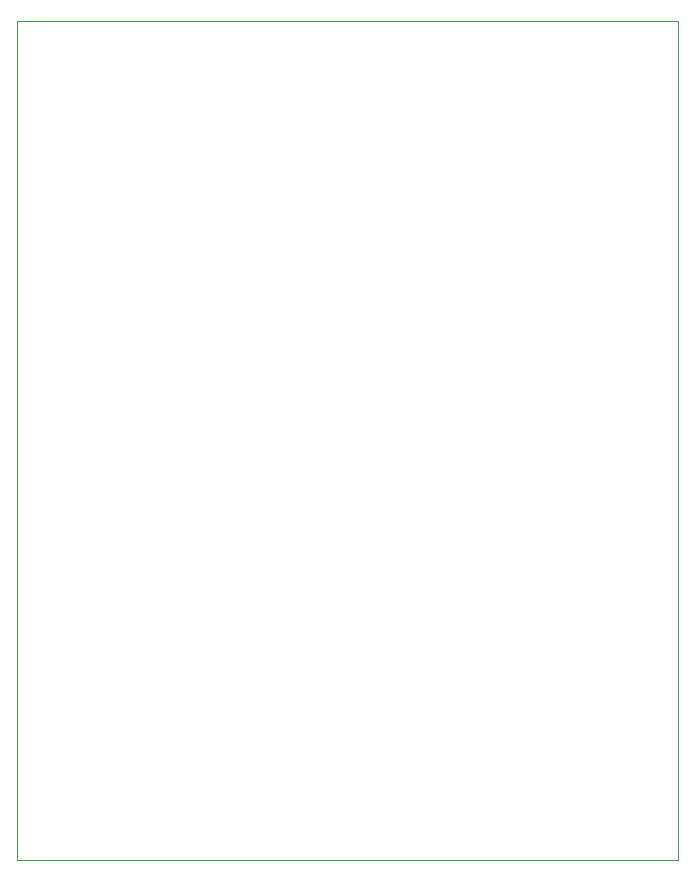
<source format=gbr>
%TF.GenerationSoftware,KiCad,Pcbnew,7.0.9*%
%TF.CreationDate,2024-10-15T17:16:27-06:00*%
%TF.ProjectId,i2c_mux,6932635f-6d75-4782-9e6b-696361645f70,rev?*%
%TF.SameCoordinates,Original*%
%TF.FileFunction,Profile,NP*%
%FSLAX46Y46*%
G04 Gerber Fmt 4.6, Leading zero omitted, Abs format (unit mm)*
G04 Created by KiCad (PCBNEW 7.0.9) date 2024-10-15 17:16:27*
%MOMM*%
%LPD*%
G01*
G04 APERTURE LIST*
%TA.AperFunction,Profile*%
%ADD10C,0.050000*%
%TD*%
G04 APERTURE END LIST*
D10*
X88000000Y-60000000D02*
X144000000Y-60000000D01*
X144000000Y-131000000D01*
X88000000Y-131000000D01*
X88000000Y-60000000D01*
M02*

</source>
